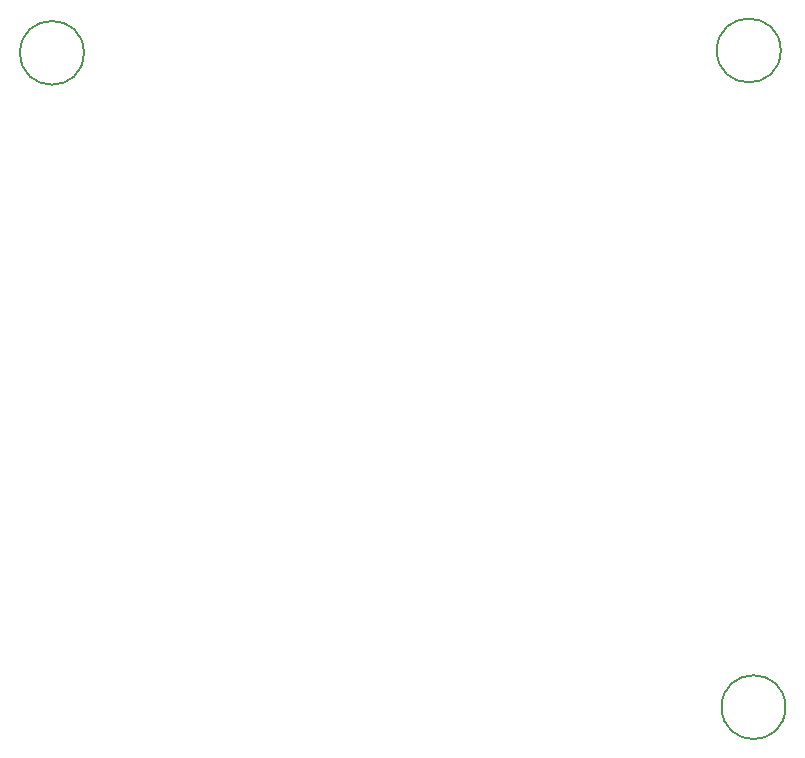
<source format=gbr>
%TF.GenerationSoftware,KiCad,Pcbnew,9.0.6*%
%TF.CreationDate,2026-01-21T20:04:43-06:00*%
%TF.ProjectId,test test,74657374-2074-4657-9374-2e6b69636164,rev?*%
%TF.SameCoordinates,Original*%
%TF.FileFunction,Other,Comment*%
%FSLAX46Y46*%
G04 Gerber Fmt 4.6, Leading zero omitted, Abs format (unit mm)*
G04 Created by KiCad (PCBNEW 9.0.6) date 2026-01-21 20:04:43*
%MOMM*%
%LPD*%
G01*
G04 APERTURE LIST*
%ADD10C,0.150000*%
G04 APERTURE END LIST*
D10*
%TO.C,H2*%
X126100000Y-57400000D02*
G75*
G02*
X120700000Y-57400000I-2700000J0D01*
G01*
X120700000Y-57400000D02*
G75*
G02*
X126100000Y-57400000I2700000J0D01*
G01*
%TO.C,H1*%
X67100000Y-57600000D02*
G75*
G02*
X61700000Y-57600000I-2700000J0D01*
G01*
X61700000Y-57600000D02*
G75*
G02*
X67100000Y-57600000I2700000J0D01*
G01*
%TO.C,H3*%
X126500000Y-113000000D02*
G75*
G02*
X121100000Y-113000000I-2700000J0D01*
G01*
X121100000Y-113000000D02*
G75*
G02*
X126500000Y-113000000I2700000J0D01*
G01*
%TD*%
M02*

</source>
